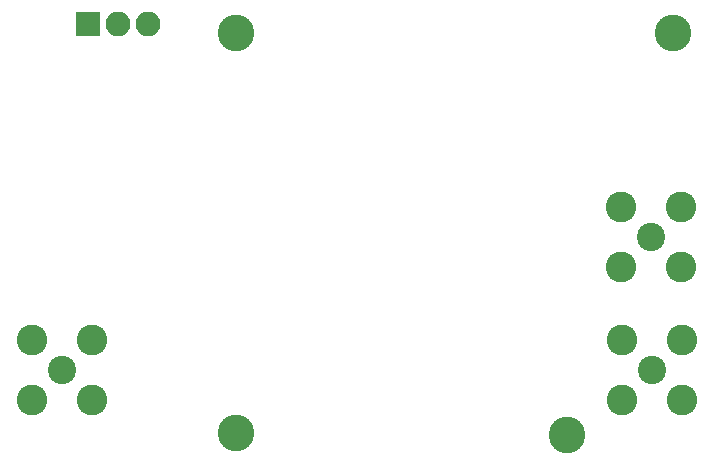
<source format=gbr>
G04 #@! TF.FileFunction,Soldermask,Bot*
%FSLAX46Y46*%
G04 Gerber Fmt 4.6, Leading zero omitted, Abs format (unit mm)*
G04 Created by KiCad (PCBNEW 4.0.6) date 02/20/19 11:59:32*
%MOMM*%
%LPD*%
G01*
G04 APERTURE LIST*
%ADD10C,0.100000*%
%ADD11C,2.600000*%
%ADD12C,2.400000*%
%ADD13R,2.100000X2.100000*%
%ADD14O,2.100000X2.100000*%
%ADD15C,3.100000*%
G04 APERTURE END LIST*
D10*
D11*
X143660000Y-85040000D03*
X143660000Y-79960000D03*
X148740000Y-79960000D03*
X148740000Y-85040000D03*
D12*
X146200000Y-82500000D03*
D11*
X143560000Y-73840000D03*
X143560000Y-68760000D03*
X148640000Y-68760000D03*
X148640000Y-73840000D03*
D12*
X146100000Y-71300000D03*
D11*
X93726000Y-85090000D03*
X93726000Y-80010000D03*
X98806000Y-80010000D03*
X98806000Y-85090000D03*
D12*
X96266000Y-82550000D03*
D13*
X98420000Y-53200000D03*
D14*
X100960000Y-53200000D03*
X103500000Y-53200000D03*
D15*
X148000000Y-54000000D03*
X111000000Y-87884000D03*
X111000000Y-54000000D03*
X139000000Y-88000000D03*
M02*

</source>
